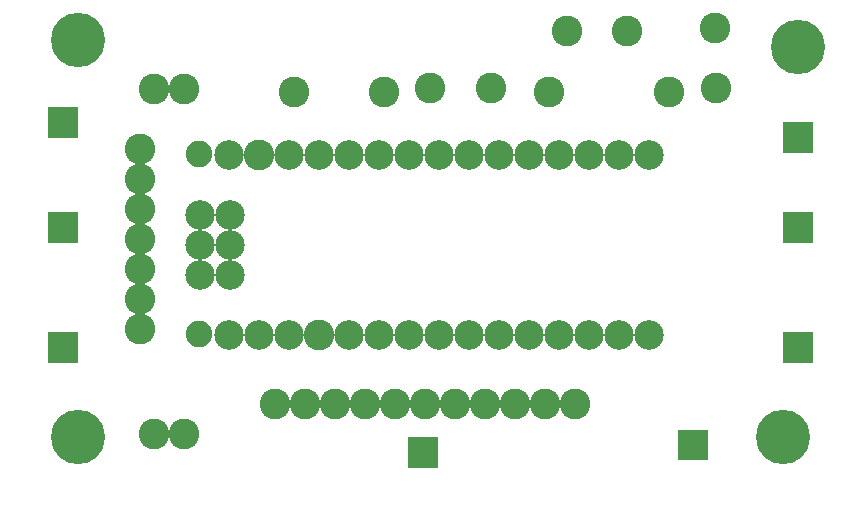
<source format=gbr>
%FSLAX34Y34*%
%MOMM*%
%LNSOLDERMASK_TOP*%
G71*
G01*
%ADD10C,2.500*%
%ADD11C,2.250*%
%ADD12C,2.600*%
%ADD13C,4.600*%
%LPD*%
X-39336Y58460D02*
G54D10*
D03*
X-13936Y58460D02*
G54D10*
D03*
X11464Y58460D02*
G54D10*
D03*
X36864Y58460D02*
G54D10*
D03*
X62264Y58460D02*
G54D10*
D03*
X87664Y58460D02*
G54D10*
D03*
X113064Y58460D02*
G54D10*
D03*
X138464Y58460D02*
G54D10*
D03*
X163864Y58460D02*
G54D10*
D03*
X189264Y58460D02*
G54D10*
D03*
X214664Y58460D02*
G54D10*
D03*
X240064Y58460D02*
G54D10*
D03*
X265464Y58460D02*
G54D10*
D03*
X290864Y58460D02*
G54D10*
D03*
X316264Y58460D02*
G54D10*
D03*
X-39336Y210860D02*
G54D10*
D03*
X-13936Y210860D02*
G54D10*
D03*
X11464Y210860D02*
G54D10*
D03*
X36864Y210860D02*
G54D10*
D03*
X62264Y210860D02*
G54D10*
D03*
X87664Y210860D02*
G54D10*
D03*
X113064Y210860D02*
G54D10*
D03*
X138464Y210860D02*
G54D10*
D03*
X163864Y210860D02*
G54D10*
D03*
X189264Y210860D02*
G54D10*
D03*
X214664Y210860D02*
G54D10*
D03*
X240064Y210860D02*
G54D10*
D03*
X265464Y210860D02*
G54D10*
D03*
X290864Y210860D02*
G54D10*
D03*
X316264Y210860D02*
G54D10*
D03*
X-64577Y211019D02*
G54D11*
D03*
X-64577Y58619D02*
G54D11*
D03*
X-38320Y159806D02*
G54D10*
D03*
X-63720Y159806D02*
G54D10*
D03*
X-38320Y134406D02*
G54D10*
D03*
X-63720Y134406D02*
G54D10*
D03*
X-38320Y109006D02*
G54D10*
D03*
X-63720Y109006D02*
G54D10*
D03*
X92234Y263559D02*
G54D12*
D03*
X16034Y263559D02*
G54D12*
D03*
X-102891Y266134D02*
G54D12*
D03*
X-77391Y266134D02*
G54D12*
D03*
X131499Y267316D02*
G54D12*
D03*
X182480Y267429D02*
G54D12*
D03*
X231934Y263559D02*
G54D12*
D03*
X333534Y263559D02*
G54D12*
D03*
X298120Y315684D02*
G54D12*
D03*
X247139Y315572D02*
G54D12*
D03*
X372851Y318434D02*
G54D12*
D03*
X372963Y267454D02*
G54D12*
D03*
X182480Y267429D02*
G54D12*
D03*
X247139Y315572D02*
G54D12*
D03*
X372963Y267454D02*
G54D12*
D03*
X50800Y0D02*
G54D12*
D03*
X25400Y0D02*
G54D12*
D03*
X0Y0D02*
G54D12*
D03*
X101600Y0D02*
G54D12*
D03*
X76200Y0D02*
G54D12*
D03*
X50800Y0D02*
G54D12*
D03*
X152400Y0D02*
G54D12*
D03*
X127000Y0D02*
G54D12*
D03*
X101600Y0D02*
G54D12*
D03*
X203199Y0D02*
G54D12*
D03*
X177799Y0D02*
G54D12*
D03*
X152400Y0D02*
G54D12*
D03*
X228599Y0D02*
G54D12*
D03*
X203199Y0D02*
G54D12*
D03*
X177799Y0D02*
G54D12*
D03*
X253999Y0D02*
G54D12*
D03*
X228599Y0D02*
G54D12*
D03*
X203199Y0D02*
G54D12*
D03*
X-114300Y139700D02*
G54D12*
D03*
X-114300Y139700D02*
G54D12*
D03*
X-114300Y165100D02*
G54D12*
D03*
X-114300Y190500D02*
G54D12*
D03*
X-114300Y88900D02*
G54D12*
D03*
X-114300Y88900D02*
G54D12*
D03*
X-114300Y114300D02*
G54D12*
D03*
X-114300Y139700D02*
G54D12*
D03*
X-114300Y63500D02*
G54D12*
D03*
X-114300Y88900D02*
G54D12*
D03*
X-114300Y165100D02*
G54D12*
D03*
X-114300Y165100D02*
G54D12*
D03*
X-114300Y190500D02*
G54D12*
D03*
X-114300Y215900D02*
G54D12*
D03*
X-114300Y63500D02*
G54D12*
D03*
X36864Y58460D02*
G54D12*
D03*
X-13936Y210860D02*
G54D12*
D03*
X-166846Y308009D02*
G54D13*
D03*
X-166846Y-28541D02*
G54D13*
D03*
X430054Y-28541D02*
G54D13*
D03*
X442754Y301659D02*
G54D13*
D03*
G36*
X340854Y-21891D02*
X366854Y-21891D01*
X366854Y-47891D01*
X340854Y-47891D01*
X340854Y-21891D01*
G37*
G36*
X112254Y-28241D02*
X138254Y-28241D01*
X138254Y-54241D01*
X112254Y-54241D01*
X112254Y-28241D01*
G37*
G36*
X429754Y238459D02*
X455754Y238459D01*
X455754Y212459D01*
X429754Y212459D01*
X429754Y238459D01*
G37*
G36*
X429754Y60659D02*
X455754Y60659D01*
X455754Y34659D01*
X429754Y34659D01*
X429754Y60659D01*
G37*
G36*
X-192546Y251159D02*
X-166546Y251159D01*
X-166546Y225159D01*
X-192546Y225159D01*
X-192546Y251159D01*
G37*
G36*
X-192546Y60659D02*
X-166546Y60659D01*
X-166546Y34659D01*
X-192546Y34659D01*
X-192546Y60659D01*
G37*
G36*
X-192546Y162259D02*
X-166546Y162259D01*
X-166546Y136259D01*
X-192546Y136259D01*
X-192546Y162259D01*
G37*
G36*
X429754Y162259D02*
X455754Y162259D01*
X455754Y136259D01*
X429754Y136259D01*
X429754Y162259D01*
G37*
X-102891Y-25966D02*
G54D12*
D03*
X-77391Y-25966D02*
G54D12*
D03*
M02*

</source>
